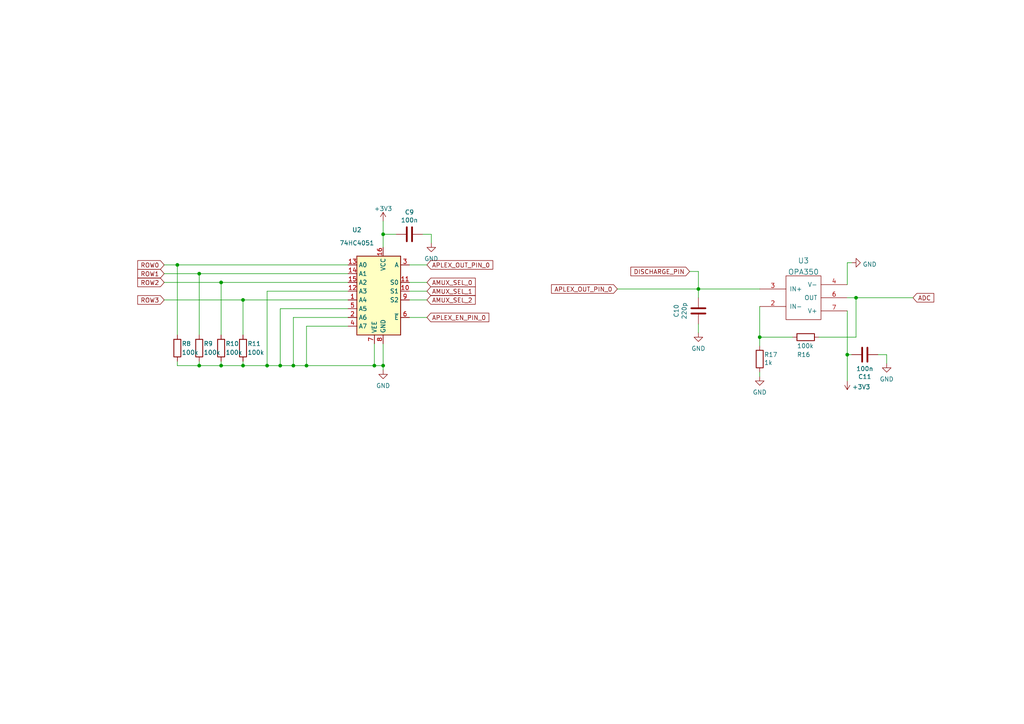
<source format=kicad_sch>
(kicad_sch (version 20211123) (generator eeschema)
  (paper "A4")
  (title_block (title "Copre") (date "2022-10-09") (rev "1") (company "Cipulot PCB Design ") (comment 2 "Cipulot"))
  (lib_symbols
    (symbol "74xx:74HC4051"
      (property "Reference" "U" (at -5.08 11.43 0))
      (property "Value" "74HC4051" (at -7.62 -13.97 0))
      (symbol "74HC4051_0_1"
        (rectangle (start -5.08 10.16) (end 7.62 -12.7) (stroke (width 0.254)) (fill (type background)))
      )
      (symbol "74HC4051_1_1"
        (pin passive line (at 10.16 -2.54 180) (length 2.54) (name "A4") (number "1"))
        (pin input line (at -7.62 0 0) (length 2.54) (name "S1") (number "10"))
        (pin input line (at -7.62 2.54 0) (length 2.54) (name "S0") (number "11"))
        (pin passive line (at 10.16 0 180) (length 2.54) (name "A3") (number "12"))
        (pin passive line (at 10.16 7.62 180) (length 2.54) (name "A0") (number "13"))
        (pin passive line (at 10.16 5.08 180) (length 2.54) (name "A1") (number "14"))
        (pin passive line (at 10.16 2.54 180) (length 2.54) (name "A2") (number "15"))
        (pin power_in line (at 0 12.7 270) (length 2.54) (name "VCC") (number "16"))
        (pin passive line (at 10.16 -7.62 180) (length 2.54) (name "A6") (number "2"))
        (pin passive line (at -7.62 7.62 0) (length 2.54) (name "A") (number "3"))
        (pin passive line (at 10.16 -10.16 180) (length 2.54) (name "A7") (number "4"))
        (pin passive line (at 10.16 -5.08 180) (length 2.54) (name "A5") (number "5"))
        (pin input line (at -7.62 -7.62 0) (length 2.54) (name "~{E}") (number "6"))
        (pin power_in line (at 2.54 -15.24 90) (length 2.54) (name "VEE") (number "7"))
        (pin power_in line (at 0 -15.24 90) (length 2.54) (name "GND") (number "8"))
        (pin input line (at -7.62 -2.54 0) (length 2.54) (name "S2") (number "9"))
      )
    )
    (symbol "Device:C" (pin_numbers hide) (pin_names (offset 0.254))
      (property "Reference" "C" (at 0.635 2.54 0))
      (property "Value" "C" (at 0.635 -2.54 0))
      (symbol "C_0_1"
        (polyline (pts (xy -2.032 -0.762) (xy 2.032 -0.762)) (stroke (width 0.508)))
        (polyline (pts (xy -2.032 0.762) (xy 2.032 0.762)) (stroke (width 0.508)))
      )
      (symbol "C_1_1"
        (pin passive line (at 0 3.81 270) (length 2.794) (name "~") (number "1"))
        (pin passive line (at 0 -3.81 90) (length 2.794) (name "~") (number "2"))
      )
    )
    (symbol "Device:R" (pin_numbers hide) (pin_names (offset 0))
      (property "Reference" "R" (at 2.032 0 90))
      (property "Value" "R" (at 0 0 90))
      (symbol "R_0_1"
        (rectangle (start -1.016 -2.54) (end 1.016 2.54) (stroke (width 0.254)))
      )
      (symbol "R_1_1"
        (pin passive line (at 0 3.81 270) (length 1.27) (name "~") (number "1"))
        (pin passive line (at 0 -3.81 90) (length 1.27) (name "~") (number "2"))
      )
    )
    (symbol "burrbrown:OPA350" (pin_names (offset 1.016))
      (property "Reference" "U" (at 8.89 -7.62 0))
      (property "Value" "OPA350" (at 5.08 7.62 0))
      (symbol "OPA350_0_1"
        (rectangle (start 0 -6.35) (end 10.16 6.35))
        (pin input line (at -7.62 2.54 0) (length 7.62) (name "IN-") (number "2"))
        (pin input line (at -7.62 -2.54 0) (length 7.62) (name "IN+") (number "3"))
        (pin input line (at 17.78 -3.81 180) (length 7.62) (name "V-") (number "4"))
        (pin input line (at 17.78 0 180) (length 7.62) (name "OUT") (number "6"))
        (pin input line (at 17.78 3.81 180) (length 7.62) (name "V+") (number "7"))
      )
    )
    (symbol "power:+3.3V" (power) (pin_names (offset 0))
      (property "Value" "+3.3V" (at 0 3.556 0))
      (symbol "+3.3V_0_1"
        (polyline (pts (xy -0.762 1.27) (xy 0 2.54)))
        (polyline (pts (xy 0 0) (xy 0 2.54)))
        (polyline (pts (xy 0 2.54) (xy 0.762 1.27)))
      )
      (symbol "+3.3V_1_1"
        (pin power_in line (at 0 0 90) (length 0) hide (name "+3V3") (number "1"))
      )
    )
    (symbol "power:GND" (power) (pin_names (offset 0))
      (property "Value" "GND" (at 0 -3.81 0))
      (symbol "GND_0_1"
        (polyline (pts (xy 0 0) (xy 0 -1.27) (xy 1.27 -1.27) (xy 0 -2.54) (xy -1.27 -1.27) (xy 0 -1.27)))
      )
      (symbol "GND_1_1"
        (pin power_in line (at 0 0 270) (length 0) hide (name "GND") (number "1"))
      )
    )
  )
  (junction (at 81.28 106.045))
  (junction (at 248.285 86.36))
  (junction (at 108.585 106.045))
  (junction (at 111.125 67.945))
  (junction (at 111.125 106.045))
  (junction (at 64.135 106.045))
  (junction (at 202.565 83.82))
  (junction (at 88.9 106.045))
  (junction (at 70.485 106.045))
  (junction (at 85.09 106.045))
  (junction (at 220.345 97.79))
  (junction (at 57.785 106.045))
  (junction (at 77.47 106.045))
  (junction (at 70.485 86.995))
  (junction (at 51.435 76.835))
  (junction (at 57.785 79.375))
  (junction (at 245.745 102.87))
  (junction (at 64.135 81.915))
  (wire (pts (xy 248.285 97.79) (xy 248.285 86.36)))
  (wire (pts (xy 111.125 107.315) (xy 111.125 106.045)))
  (wire (pts (xy 51.435 97.155) (xy 51.435 76.835)))
  (wire (pts (xy 81.28 106.045) (xy 85.09 106.045)))
  (wire (pts (xy 88.9 94.615) (xy 88.9 106.045)))
  (wire (pts (xy 220.345 97.79) (xy 229.87 97.79)))
  (wire (pts (xy 64.135 97.155) (xy 64.135 81.915)))
  (wire (pts (xy 100.965 94.615) (xy 88.9 94.615)))
  (wire (pts (xy 64.135 106.045) (xy 70.485 106.045)))
  (wire (pts (xy 100.965 79.375) (xy 57.785 79.375)))
  (wire (pts (xy 70.485 106.045) (xy 77.47 106.045)))
  (wire (pts (xy 200.025 78.74) (xy 202.565 78.74)))
  (wire (pts (xy 100.965 81.915) (xy 64.135 81.915)))
  (wire (pts (xy 111.125 67.945) (xy 111.125 71.755)))
  (wire (pts (xy 248.285 86.36) (xy 264.795 86.36)))
  (wire (pts (xy 70.485 104.775) (xy 70.485 106.045)))
  (wire (pts (xy 202.565 86.36) (xy 202.565 83.82)))
  (wire (pts (xy 123.825 92.075) (xy 118.745 92.075)))
  (wire (pts (xy 220.345 97.79) (xy 220.345 100.33)))
  (wire (pts (xy 88.9 106.045) (xy 108.585 106.045)))
  (wire (pts (xy 202.565 78.74) (xy 202.565 83.82)))
  (wire (pts (xy 254.635 102.87) (xy 257.175 102.87)))
  (wire (pts (xy 70.485 86.995) (xy 100.965 86.995)))
  (wire (pts (xy 64.135 104.775) (xy 64.135 106.045)))
  (wire (pts (xy 220.345 88.9) (xy 220.345 97.79)))
  (wire (pts (xy 100.965 89.535) (xy 81.28 89.535)))
  (wire (pts (xy 248.285 86.36) (xy 245.745 86.36)))
  (wire (pts (xy 57.785 97.155) (xy 57.785 79.375)))
  (wire (pts (xy 57.785 79.375) (xy 47.625 79.375)))
  (wire (pts (xy 100.965 84.455) (xy 77.47 84.455)))
  (wire (pts (xy 108.585 99.695) (xy 108.585 106.045)))
  (wire (pts (xy 85.09 92.075) (xy 85.09 106.045)))
  (wire (pts (xy 202.565 83.82) (xy 220.345 83.82)))
  (wire (pts (xy 77.47 106.045) (xy 81.28 106.045)))
  (wire (pts (xy 51.435 76.835) (xy 100.965 76.835)))
  (wire (pts (xy 179.07 83.82) (xy 202.565 83.82)))
  (wire (pts (xy 118.745 84.455) (xy 123.825 84.455)))
  (wire (pts (xy 125.095 67.945) (xy 125.095 70.485)))
  (wire (pts (xy 47.625 76.835) (xy 51.435 76.835)))
  (wire (pts (xy 77.47 84.455) (xy 77.47 106.045)))
  (wire (pts (xy 123.825 76.835) (xy 118.745 76.835)))
  (wire (pts (xy 202.565 93.98) (xy 202.565 96.52)))
  (wire (pts (xy 122.555 67.945) (xy 125.095 67.945)))
  (wire (pts (xy 64.135 81.915) (xy 47.625 81.915)))
  (wire (pts (xy 220.345 107.95) (xy 220.345 109.22)))
  (wire (pts (xy 51.435 104.775) (xy 51.435 106.045)))
  (wire (pts (xy 108.585 106.045) (xy 111.125 106.045)))
  (wire (pts (xy 111.125 64.135) (xy 111.125 67.945)))
  (wire (pts (xy 85.09 106.045) (xy 88.9 106.045)))
  (wire (pts (xy 51.435 106.045) (xy 57.785 106.045)))
  (wire (pts (xy 245.745 82.55) (xy 245.745 76.2)))
  (wire (pts (xy 70.485 86.995) (xy 70.485 97.155)))
  (wire (pts (xy 57.785 106.045) (xy 64.135 106.045)))
  (wire (pts (xy 100.965 92.075) (xy 85.09 92.075)))
  (wire (pts (xy 257.175 102.87) (xy 257.175 105.41)))
  (wire (pts (xy 57.785 104.775) (xy 57.785 106.045)))
  (wire (pts (xy 245.745 90.17) (xy 245.745 102.87)))
  (wire (pts (xy 114.935 67.945) (xy 111.125 67.945)))
  (wire (pts (xy 81.28 89.535) (xy 81.28 106.045)))
  (wire (pts (xy 247.015 102.87) (xy 245.745 102.87)))
  (wire (pts (xy 70.485 86.995) (xy 47.625 86.995)))
  (wire (pts (xy 118.745 86.995) (xy 123.825 86.995)))
  (wire (pts (xy 245.745 76.2) (xy 247.015 76.2)))
  (wire (pts (xy 237.49 97.79) (xy 248.285 97.79)))
  (wire (pts (xy 118.745 81.915) (xy 123.825 81.915)))
  (wire (pts (xy 111.125 99.695) (xy 111.125 106.045)))
  (wire (pts (xy 245.745 110.49) (xy 245.745 102.87)))
  (global_label "ROW2" (shape input) (at 47.625 81.915 180) (property "Intersheet References" "${INTERSHEET_REFS}" (effects hide)))
  (global_label "ROW0" (shape input) (at 47.625 76.835 180) (property "Intersheet References" "${INTERSHEET_REFS}" (effects hide)))
  (global_label "AMUX_SEL_0" (shape input) (at 123.825 81.915 0) (property "Intersheet References" "${INTERSHEET_REFS}" (effects hide)))
  (global_label "ROW1" (shape input) (at 47.625 79.375 180) (property "Intersheet References" "${INTERSHEET_REFS}" (effects hide)))
  (global_label "ROW3" (shape input) (at 47.625 86.995 180) (property "Intersheet References" "${INTERSHEET_REFS}" (effects hide)))
  (global_label "AMUX_SEL_1" (shape input) (at 123.825 84.455 0) (property "Intersheet References" "${INTERSHEET_REFS}" (effects hide)))
  (global_label "DISCHARGE_PIN" (shape input) (at 200.025 78.74 180) (property "Intersheet References" "${INTERSHEET_REFS}" (effects hide)))
  (global_label "APLEX_OUT_PIN_0" (shape input) (at 123.825 76.835 0) (property "Intersheet References" "${INTERSHEET_REFS}" (effects hide)))
  (global_label "ADC" (shape input) (at 264.795 86.36 0) (property "Intersheet References" "${INTERSHEET_REFS}" (effects hide)))
  (global_label "AMUX_SEL_2" (shape input) (at 123.825 86.995 0) (property "Intersheet References" "${INTERSHEET_REFS}" (effects hide)))
  (global_label "APLEX_OUT_PIN_0" (shape input) (at 179.07 83.82 180) (property "Intersheet References" "${INTERSHEET_REFS}" (effects hide)))
  (global_label "APLEX_EN_PIN_0" (shape input) (at 123.825 92.075 0) (property "Intersheet References" "${INTERSHEET_REFS}" (effects hide)))
  (symbol (lib_id "74xx:74HC4051") (at 111.125 84.455 0) (mirror y) (unit 1)
    (property "Reference" "U2" (at 103.505 66.675 0))
    (property "Value" "74HC4051" (at 103.505 70.485 0))
    (property "Footprint" "cipulot_parts:TSSOP16" (effects hide))
    (property "Datasheet" "http://www.ti.com/lit/ds/symlink/cd74hc4051.pdf" (effects hide))
    (property "LCSC" "C5645" (effects hide))
  )
  (symbol (lib_id "Device:R") (at 57.785 100.965 0) (unit 1)
    (property "Reference" "R9" (at 59.055 99.695 0) (effects (justify left)))
    (property "Value" "100k" (at 59.055 102.235 0) (effects (justify left)))
    (property "Footprint" "Resistor_SMD:R_0402_1005Metric" (effects hide))
    (property "LCSC" "C25741" (effects hide))
  )
  (symbol (lib_id "power:GND") (at 202.565 96.52 0) (unit 1)
    (property "Reference" "#PWR037" (effects hide))
    (property "Value" "GND" (at 202.565 101.0825 0))
  )
  (symbol (lib_id "power:GND") (at 125.095 70.485 0) (unit 1)
    (property "Reference" "#PWR034" (effects hide))
    (property "Value" "GND" (at 125.095 75.0475 0))
  )
  (symbol (lib_id "Device:R") (at 233.68 97.79 270) (unit 1)
    (property "Reference" "R16" (at 231.14 102.87 90) (effects (justify left)))
    (property "Value" "100k" (at 231.14 100.33 90) (effects (justify left)))
    (property "Footprint" "Resistor_SMD:R_0402_1005Metric" (effects hide))
    (property "LCSC" "C25741" (effects hide))
  )
  (symbol (lib_id "power:GND") (at 220.345 109.22 0) (unit 1)
    (property "Reference" "#PWR041" (effects hide))
    (property "Value" "GND" (at 220.345 113.7825 0))
  )
  (symbol (lib_id "Device:R") (at 51.435 100.965 0) (unit 1)
    (property "Reference" "R8" (at 52.705 99.695 0) (effects (justify left)))
    (property "Value" "100k" (at 52.705 102.235 0) (effects (justify left)))
    (property "Footprint" "Resistor_SMD:R_0402_1005Metric" (effects hide))
    (property "LCSC" "C25741" (effects hide))
  )
  (symbol (lib_id "Device:R") (at 70.485 100.965 0) (unit 1)
    (property "Reference" "R11" (at 71.755 99.695 0) (effects (justify left)))
    (property "Value" "100k" (at 71.755 102.235 0) (effects (justify left)))
    (property "Footprint" "Resistor_SMD:R_0402_1005Metric" (effects hide))
    (property "LCSC" "C25741" (effects hide))
  )
  (symbol (lib_id "Device:R") (at 220.345 104.14 0) (unit 1)
    (property "Reference" "R17" (at 221.615 102.87 0) (effects (justify left)))
    (property "Value" "1k" (at 221.615 105.1814 0) (effects (justify left)))
    (property "Footprint" "Resistor_SMD:R_0402_1005Metric" (effects hide))
    (property "LCSC" "C11702" (effects hide))
  )
  (symbol (lib_id "Device:C") (at 202.565 90.17 0) (unit 1)
    (property "Reference" "C10" (at 196.1642 90.17 90))
    (property "Value" "220p" (at 198.4756 90.17 90))
    (property "Footprint" "Capacitor_SMD:C_0402_1005Metric" (effects hide))
    (property "LCSC" "C1530" (effects hide))
  )
  (symbol (lib_id "power:GND") (at 247.015 76.2 90) (unit 1)
    (property "Reference" "#PWR035" (effects hide))
    (property "Value" "GND" (at 250.19 76.679 90) (effects (justify right)))
  )
  (symbol (lib_id "Device:R") (at 64.135 100.965 0) (unit 1)
    (property "Reference" "R10" (at 65.405 99.695 0) (effects (justify left)))
    (property "Value" "100k" (at 65.405 102.235 0) (effects (justify left)))
    (property "Footprint" "Resistor_SMD:R_0402_1005Metric" (effects hide))
    (property "LCSC" "C25741" (effects hide))
  )
  (symbol (lib_id "power:GND") (at 257.175 105.41 0) (unit 1)
    (property "Reference" "#PWR039" (effects hide))
    (property "Value" "GND" (at 257.175 109.9725 0))
  )
  (symbol (lib_id "power:GND") (at 111.125 107.315 0) (unit 1)
    (property "Reference" "#PWR036" (effects hide))
    (property "Value" "GND" (at 111.125 111.8775 0))
  )
  (symbol (lib_id "power:+3.3V") (at 111.125 64.135 0) (unit 1)
    (property "Reference" "#PWR033" (effects hide))
    (property "Value" "+3.3V" (at 111.125 60.5305 0))
  )
  (symbol (lib_id "Device:C") (at 250.825 102.87 270) (mirror x) (unit 1)
    (property "Reference" "C11" (at 250.825 109.2708 90))
    (property "Value" "100n" (at 250.825 106.9594 90))
    (property "Footprint" "Capacitor_SMD:C_0402_1005Metric" (effects hide))
    (property "LCSC" "C307331" (effects hide))
  )
  (symbol (lib_id "burrbrown:OPA350") (at 227.965 86.36 0) (mirror x) (unit 1)
    (property "Reference" "U3" (at 233.045 75.6061 0) (effects (font (size 1.524 1.524))))
    (property "Value" "OPA350" (at 233.045 78.8851 0) (effects (font (size 1.524 1.524))))
    (property "Footprint" "Package_SO:VSSOP-8_3.0x3.0mm_P0.65mm" (effects hide))
    (property "LCSC" "C87906" (effects hide))
  )
  (symbol (lib_id "Device:C") (at 118.745 67.945 270) (unit 1)
    (property "Reference" "C9" (at 118.745 61.5442 90))
    (property "Value" "100n" (at 118.745 63.8556 90))
    (property "Footprint" "Capacitor_SMD:C_0402_1005Metric" (effects hide))
    (property "LCSC" "C307331" (effects hide))
  )
  (symbol (lib_id "power:+3.3V") (at 245.745 110.49 180) (unit 1)
    (property "Reference" "#PWR042" (effects hide))
    (property "Value" "+3.3V" (at 247.142 112.239 0) (effects (justify right)))
  )
)
</source>
